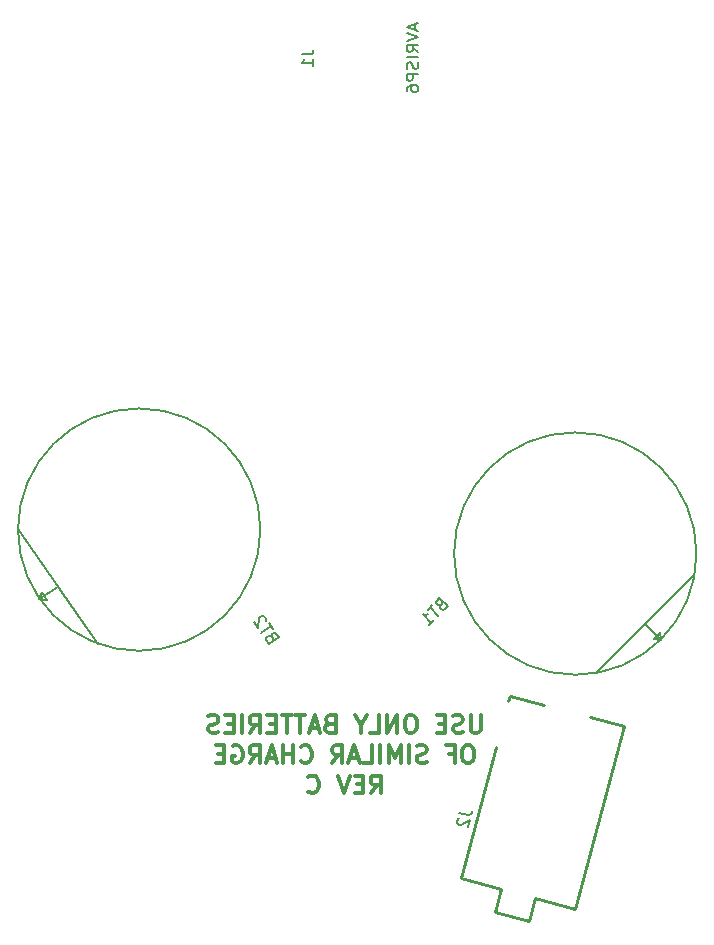
<source format=gbo>
G04 #@! TF.FileFunction,Legend,Bot*
%FSLAX46Y46*%
G04 Gerber Fmt 4.6, Leading zero omitted, Abs format (unit mm)*
G04 Created by KiCad (PCBNEW 4.0.7-e2-6376~58~ubuntu16.04.1) date Sun Nov 19 08:32:38 2017*
%MOMM*%
%LPD*%
G01*
G04 APERTURE LIST*
%ADD10C,0.100000*%
%ADD11C,0.300000*%
%ADD12C,0.150000*%
%ADD13C,0.250000*%
G04 APERTURE END LIST*
D10*
D11*
X121912443Y-82593111D02*
X121912443Y-83807397D01*
X121841015Y-83950254D01*
X121769586Y-84021683D01*
X121626729Y-84093111D01*
X121341015Y-84093111D01*
X121198157Y-84021683D01*
X121126729Y-83950254D01*
X121055300Y-83807397D01*
X121055300Y-82593111D01*
X120412443Y-84021683D02*
X120198157Y-84093111D01*
X119841014Y-84093111D01*
X119698157Y-84021683D01*
X119626728Y-83950254D01*
X119555300Y-83807397D01*
X119555300Y-83664540D01*
X119626728Y-83521683D01*
X119698157Y-83450254D01*
X119841014Y-83378826D01*
X120126728Y-83307397D01*
X120269586Y-83235969D01*
X120341014Y-83164540D01*
X120412443Y-83021683D01*
X120412443Y-82878826D01*
X120341014Y-82735969D01*
X120269586Y-82664540D01*
X120126728Y-82593111D01*
X119769586Y-82593111D01*
X119555300Y-82664540D01*
X118912443Y-83307397D02*
X118412443Y-83307397D01*
X118198157Y-84093111D02*
X118912443Y-84093111D01*
X118912443Y-82593111D01*
X118198157Y-82593111D01*
X116126729Y-82593111D02*
X115841015Y-82593111D01*
X115698157Y-82664540D01*
X115555300Y-82807397D01*
X115483872Y-83093111D01*
X115483872Y-83593111D01*
X115555300Y-83878826D01*
X115698157Y-84021683D01*
X115841015Y-84093111D01*
X116126729Y-84093111D01*
X116269586Y-84021683D01*
X116412443Y-83878826D01*
X116483872Y-83593111D01*
X116483872Y-83093111D01*
X116412443Y-82807397D01*
X116269586Y-82664540D01*
X116126729Y-82593111D01*
X114841014Y-84093111D02*
X114841014Y-82593111D01*
X113983871Y-84093111D01*
X113983871Y-82593111D01*
X112555299Y-84093111D02*
X113269585Y-84093111D01*
X113269585Y-82593111D01*
X111769585Y-83378826D02*
X111769585Y-84093111D01*
X112269585Y-82593111D02*
X111769585Y-83378826D01*
X111269585Y-82593111D01*
X109126728Y-83307397D02*
X108912442Y-83378826D01*
X108841014Y-83450254D01*
X108769585Y-83593111D01*
X108769585Y-83807397D01*
X108841014Y-83950254D01*
X108912442Y-84021683D01*
X109055300Y-84093111D01*
X109626728Y-84093111D01*
X109626728Y-82593111D01*
X109126728Y-82593111D01*
X108983871Y-82664540D01*
X108912442Y-82735969D01*
X108841014Y-82878826D01*
X108841014Y-83021683D01*
X108912442Y-83164540D01*
X108983871Y-83235969D01*
X109126728Y-83307397D01*
X109626728Y-83307397D01*
X108198157Y-83664540D02*
X107483871Y-83664540D01*
X108341014Y-84093111D02*
X107841014Y-82593111D01*
X107341014Y-84093111D01*
X107055300Y-82593111D02*
X106198157Y-82593111D01*
X106626728Y-84093111D02*
X106626728Y-82593111D01*
X105912443Y-82593111D02*
X105055300Y-82593111D01*
X105483871Y-84093111D02*
X105483871Y-82593111D01*
X104555300Y-83307397D02*
X104055300Y-83307397D01*
X103841014Y-84093111D02*
X104555300Y-84093111D01*
X104555300Y-82593111D01*
X103841014Y-82593111D01*
X102341014Y-84093111D02*
X102841014Y-83378826D01*
X103198157Y-84093111D02*
X103198157Y-82593111D01*
X102626729Y-82593111D01*
X102483871Y-82664540D01*
X102412443Y-82735969D01*
X102341014Y-82878826D01*
X102341014Y-83093111D01*
X102412443Y-83235969D01*
X102483871Y-83307397D01*
X102626729Y-83378826D01*
X103198157Y-83378826D01*
X101698157Y-84093111D02*
X101698157Y-82593111D01*
X100983871Y-83307397D02*
X100483871Y-83307397D01*
X100269585Y-84093111D02*
X100983871Y-84093111D01*
X100983871Y-82593111D01*
X100269585Y-82593111D01*
X99698157Y-84021683D02*
X99483871Y-84093111D01*
X99126728Y-84093111D01*
X98983871Y-84021683D01*
X98912442Y-83950254D01*
X98841014Y-83807397D01*
X98841014Y-83664540D01*
X98912442Y-83521683D01*
X98983871Y-83450254D01*
X99126728Y-83378826D01*
X99412442Y-83307397D01*
X99555300Y-83235969D01*
X99626728Y-83164540D01*
X99698157Y-83021683D01*
X99698157Y-82878826D01*
X99626728Y-82735969D01*
X99555300Y-82664540D01*
X99412442Y-82593111D01*
X99055300Y-82593111D01*
X98841014Y-82664540D01*
X120983872Y-85143111D02*
X120698158Y-85143111D01*
X120555300Y-85214540D01*
X120412443Y-85357397D01*
X120341015Y-85643111D01*
X120341015Y-86143111D01*
X120412443Y-86428826D01*
X120555300Y-86571683D01*
X120698158Y-86643111D01*
X120983872Y-86643111D01*
X121126729Y-86571683D01*
X121269586Y-86428826D01*
X121341015Y-86143111D01*
X121341015Y-85643111D01*
X121269586Y-85357397D01*
X121126729Y-85214540D01*
X120983872Y-85143111D01*
X119198157Y-85857397D02*
X119698157Y-85857397D01*
X119698157Y-86643111D02*
X119698157Y-85143111D01*
X118983871Y-85143111D01*
X117341015Y-86571683D02*
X117126729Y-86643111D01*
X116769586Y-86643111D01*
X116626729Y-86571683D01*
X116555300Y-86500254D01*
X116483872Y-86357397D01*
X116483872Y-86214540D01*
X116555300Y-86071683D01*
X116626729Y-86000254D01*
X116769586Y-85928826D01*
X117055300Y-85857397D01*
X117198158Y-85785969D01*
X117269586Y-85714540D01*
X117341015Y-85571683D01*
X117341015Y-85428826D01*
X117269586Y-85285969D01*
X117198158Y-85214540D01*
X117055300Y-85143111D01*
X116698158Y-85143111D01*
X116483872Y-85214540D01*
X115841015Y-86643111D02*
X115841015Y-85143111D01*
X115126729Y-86643111D02*
X115126729Y-85143111D01*
X114626729Y-86214540D01*
X114126729Y-85143111D01*
X114126729Y-86643111D01*
X113412443Y-86643111D02*
X113412443Y-85143111D01*
X111983871Y-86643111D02*
X112698157Y-86643111D01*
X112698157Y-85143111D01*
X111555300Y-86214540D02*
X110841014Y-86214540D01*
X111698157Y-86643111D02*
X111198157Y-85143111D01*
X110698157Y-86643111D01*
X109341014Y-86643111D02*
X109841014Y-85928826D01*
X110198157Y-86643111D02*
X110198157Y-85143111D01*
X109626729Y-85143111D01*
X109483871Y-85214540D01*
X109412443Y-85285969D01*
X109341014Y-85428826D01*
X109341014Y-85643111D01*
X109412443Y-85785969D01*
X109483871Y-85857397D01*
X109626729Y-85928826D01*
X110198157Y-85928826D01*
X106698157Y-86500254D02*
X106769586Y-86571683D01*
X106983872Y-86643111D01*
X107126729Y-86643111D01*
X107341014Y-86571683D01*
X107483872Y-86428826D01*
X107555300Y-86285969D01*
X107626729Y-86000254D01*
X107626729Y-85785969D01*
X107555300Y-85500254D01*
X107483872Y-85357397D01*
X107341014Y-85214540D01*
X107126729Y-85143111D01*
X106983872Y-85143111D01*
X106769586Y-85214540D01*
X106698157Y-85285969D01*
X106055300Y-86643111D02*
X106055300Y-85143111D01*
X106055300Y-85857397D02*
X105198157Y-85857397D01*
X105198157Y-86643111D02*
X105198157Y-85143111D01*
X104555300Y-86214540D02*
X103841014Y-86214540D01*
X104698157Y-86643111D02*
X104198157Y-85143111D01*
X103698157Y-86643111D01*
X102341014Y-86643111D02*
X102841014Y-85928826D01*
X103198157Y-86643111D02*
X103198157Y-85143111D01*
X102626729Y-85143111D01*
X102483871Y-85214540D01*
X102412443Y-85285969D01*
X102341014Y-85428826D01*
X102341014Y-85643111D01*
X102412443Y-85785969D01*
X102483871Y-85857397D01*
X102626729Y-85928826D01*
X103198157Y-85928826D01*
X100912443Y-85214540D02*
X101055300Y-85143111D01*
X101269586Y-85143111D01*
X101483871Y-85214540D01*
X101626729Y-85357397D01*
X101698157Y-85500254D01*
X101769586Y-85785969D01*
X101769586Y-86000254D01*
X101698157Y-86285969D01*
X101626729Y-86428826D01*
X101483871Y-86571683D01*
X101269586Y-86643111D01*
X101126729Y-86643111D01*
X100912443Y-86571683D01*
X100841014Y-86500254D01*
X100841014Y-86000254D01*
X101126729Y-86000254D01*
X100198157Y-85857397D02*
X99698157Y-85857397D01*
X99483871Y-86643111D02*
X100198157Y-86643111D01*
X100198157Y-85143111D01*
X99483871Y-85143111D01*
X112591014Y-89193111D02*
X113091014Y-88478826D01*
X113448157Y-89193111D02*
X113448157Y-87693111D01*
X112876729Y-87693111D01*
X112733871Y-87764540D01*
X112662443Y-87835969D01*
X112591014Y-87978826D01*
X112591014Y-88193111D01*
X112662443Y-88335969D01*
X112733871Y-88407397D01*
X112876729Y-88478826D01*
X113448157Y-88478826D01*
X111948157Y-88407397D02*
X111448157Y-88407397D01*
X111233871Y-89193111D02*
X111948157Y-89193111D01*
X111948157Y-87693111D01*
X111233871Y-87693111D01*
X110805300Y-87693111D02*
X110305300Y-89193111D01*
X109805300Y-87693111D01*
X107305300Y-89050254D02*
X107376729Y-89121683D01*
X107591015Y-89193111D01*
X107733872Y-89193111D01*
X107948157Y-89121683D01*
X108091015Y-88978826D01*
X108162443Y-88835969D01*
X108233872Y-88550254D01*
X108233872Y-88335969D01*
X108162443Y-88050254D01*
X108091015Y-87907397D01*
X107948157Y-87764540D01*
X107733872Y-87693111D01*
X107591015Y-87693111D01*
X107376729Y-87764540D01*
X107305300Y-87835969D01*
D12*
X86110566Y-71687582D02*
X89494667Y-76520579D01*
X89494667Y-76520579D02*
X82726465Y-66854585D01*
X86110566Y-71687582D02*
X84554177Y-72777377D01*
X84554177Y-72777377D02*
X84734322Y-72162928D01*
X84734322Y-72162928D02*
X85135826Y-72736335D01*
X85135826Y-72736335D02*
X85193184Y-72818250D01*
X85193184Y-72818250D02*
X84554177Y-72777377D01*
X103253022Y-66869540D02*
G75*
G03X103253022Y-66869540I-10261579J0D01*
G01*
X135857140Y-74839237D02*
X140029070Y-70667307D01*
X140029070Y-70667307D02*
X131685210Y-79011167D01*
X135857140Y-74839237D02*
X137200643Y-76182740D01*
X137200643Y-76182740D02*
X136564247Y-76112029D01*
X136564247Y-76112029D02*
X137059221Y-75617054D01*
X137059221Y-75617054D02*
X137129932Y-75546344D01*
X137129932Y-75546344D02*
X137200643Y-76182740D01*
X140179022Y-68899540D02*
G75*
G03X140179022Y-68899540I-10261579J0D01*
G01*
D13*
X123204176Y-85287296D02*
X120227757Y-96395443D01*
X127266639Y-81717087D02*
X124368861Y-80940630D01*
X124368861Y-80940630D02*
X124239452Y-81423593D01*
X120227757Y-96395443D02*
X123608497Y-97301310D01*
X123608497Y-97301310D02*
X123090859Y-99233162D01*
X123090859Y-99233162D02*
X125988637Y-100009619D01*
X125988637Y-100009619D02*
X126506275Y-98077767D01*
X126506275Y-98077767D02*
X129887015Y-98983634D01*
X129887015Y-98983634D02*
X134028120Y-83528821D01*
X134028120Y-83528821D02*
X131130342Y-82752364D01*
D12*
X104226621Y-75982189D02*
X104105675Y-75892481D01*
X104039353Y-75880787D01*
X103934026Y-75896406D01*
X103817004Y-75978346D01*
X103766303Y-76071979D01*
X103754609Y-76138300D01*
X103770228Y-76243627D01*
X103988734Y-76555686D01*
X104807886Y-75982109D01*
X104616693Y-75709058D01*
X104523060Y-75658357D01*
X104456739Y-75646663D01*
X104351412Y-75662282D01*
X104273398Y-75716908D01*
X104222696Y-75810541D01*
X104211002Y-75876862D01*
X104226621Y-75982189D01*
X104417814Y-76255240D01*
X104316249Y-75279979D02*
X103988491Y-74811891D01*
X103333218Y-75619512D02*
X104152370Y-75045935D01*
X103746597Y-74632474D02*
X103758291Y-74566154D01*
X103742672Y-74460827D01*
X103606106Y-74265790D01*
X103512473Y-74215089D01*
X103446152Y-74203394D01*
X103340825Y-74219014D01*
X103262810Y-74273640D01*
X103173102Y-74394586D01*
X103032773Y-75190432D01*
X102677701Y-74683337D01*
X118522519Y-73213448D02*
X118455175Y-73348135D01*
X118455176Y-73415479D01*
X118488848Y-73516495D01*
X118589863Y-73617510D01*
X118690878Y-73651181D01*
X118758221Y-73651181D01*
X118859237Y-73617510D01*
X119128611Y-73348135D01*
X118421504Y-72641028D01*
X118185802Y-72876731D01*
X118152130Y-72977746D01*
X118152130Y-73045090D01*
X118185802Y-73146105D01*
X118253145Y-73213448D01*
X118354160Y-73247120D01*
X118421504Y-73247120D01*
X118522519Y-73213448D01*
X118758221Y-72977746D01*
X117815413Y-73247120D02*
X117411351Y-73651181D01*
X118320489Y-74156257D02*
X117613382Y-73449150D01*
X117512367Y-74964380D02*
X117916428Y-74560318D01*
X117714398Y-74762349D02*
X117007291Y-74055242D01*
X117175649Y-74088914D01*
X117310336Y-74088914D01*
X117411351Y-74055242D01*
X120113240Y-90843286D02*
X120803187Y-91028157D01*
X120953501Y-91019133D01*
X121070143Y-90951790D01*
X121153114Y-90826125D01*
X121177763Y-90734133D01*
X120094310Y-91281903D02*
X120035989Y-91315575D01*
X119965343Y-91395243D01*
X119903719Y-91625226D01*
X119925066Y-91729544D01*
X119958738Y-91787865D01*
X120038406Y-91858510D01*
X120130399Y-91883160D01*
X120280713Y-91874138D01*
X120980568Y-91470076D01*
X120820346Y-92068031D01*
X106742380Y-26627667D02*
X107456666Y-26627667D01*
X107599523Y-26580047D01*
X107694761Y-26484809D01*
X107742380Y-26341952D01*
X107742380Y-26246714D01*
X107742380Y-27627667D02*
X107742380Y-27056238D01*
X107742380Y-27341952D02*
X106742380Y-27341952D01*
X106885237Y-27246714D01*
X106980475Y-27151476D01*
X107028094Y-27056238D01*
X116346668Y-24103857D02*
X116346668Y-24580048D01*
X116632382Y-24008619D02*
X115632382Y-24341952D01*
X116632382Y-24675286D01*
X115632382Y-24865762D02*
X116632382Y-25199095D01*
X115632382Y-25532429D01*
X116632382Y-26437191D02*
X116156191Y-26103857D01*
X116632382Y-25865762D02*
X115632382Y-25865762D01*
X115632382Y-26246715D01*
X115680001Y-26341953D01*
X115727620Y-26389572D01*
X115822858Y-26437191D01*
X115965715Y-26437191D01*
X116060953Y-26389572D01*
X116108572Y-26341953D01*
X116156191Y-26246715D01*
X116156191Y-25865762D01*
X116632382Y-26865762D02*
X115632382Y-26865762D01*
X116584763Y-27294333D02*
X116632382Y-27437190D01*
X116632382Y-27675286D01*
X116584763Y-27770524D01*
X116537144Y-27818143D01*
X116441906Y-27865762D01*
X116346668Y-27865762D01*
X116251430Y-27818143D01*
X116203811Y-27770524D01*
X116156191Y-27675286D01*
X116108572Y-27484809D01*
X116060953Y-27389571D01*
X116013334Y-27341952D01*
X115918096Y-27294333D01*
X115822858Y-27294333D01*
X115727620Y-27341952D01*
X115680001Y-27389571D01*
X115632382Y-27484809D01*
X115632382Y-27722905D01*
X115680001Y-27865762D01*
X116632382Y-28294333D02*
X115632382Y-28294333D01*
X115632382Y-28675286D01*
X115680001Y-28770524D01*
X115727620Y-28818143D01*
X115822858Y-28865762D01*
X115965715Y-28865762D01*
X116060953Y-28818143D01*
X116108572Y-28770524D01*
X116156191Y-28675286D01*
X116156191Y-28294333D01*
X115632382Y-29722905D02*
X115632382Y-29532428D01*
X115680001Y-29437190D01*
X115727620Y-29389571D01*
X115870477Y-29294333D01*
X116060953Y-29246714D01*
X116441906Y-29246714D01*
X116537144Y-29294333D01*
X116584763Y-29341952D01*
X116632382Y-29437190D01*
X116632382Y-29627667D01*
X116584763Y-29722905D01*
X116537144Y-29770524D01*
X116441906Y-29818143D01*
X116203811Y-29818143D01*
X116108572Y-29770524D01*
X116060953Y-29722905D01*
X116013334Y-29627667D01*
X116013334Y-29437190D01*
X116060953Y-29341952D01*
X116108572Y-29294333D01*
X116203811Y-29246714D01*
M02*

</source>
